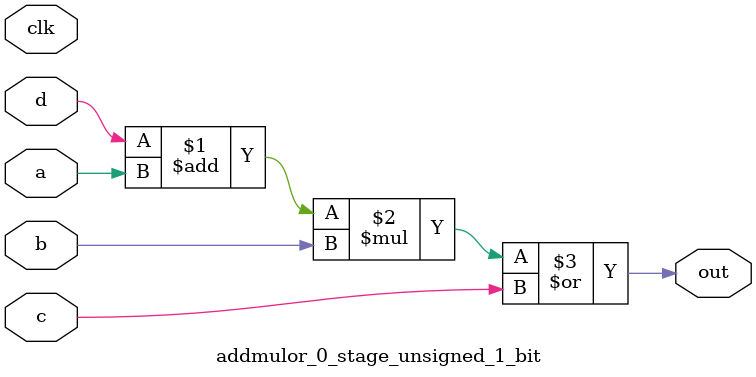
<source format=sv>
(* use_dsp = "yes" *) module addmulor_0_stage_unsigned_1_bit(
	input  [0:0] a,
	input  [0:0] b,
	input  [0:0] c,
	input  [0:0] d,
	output [0:0] out,
	input clk);

	assign out = ((d + a) * b) | c;
endmodule

</source>
